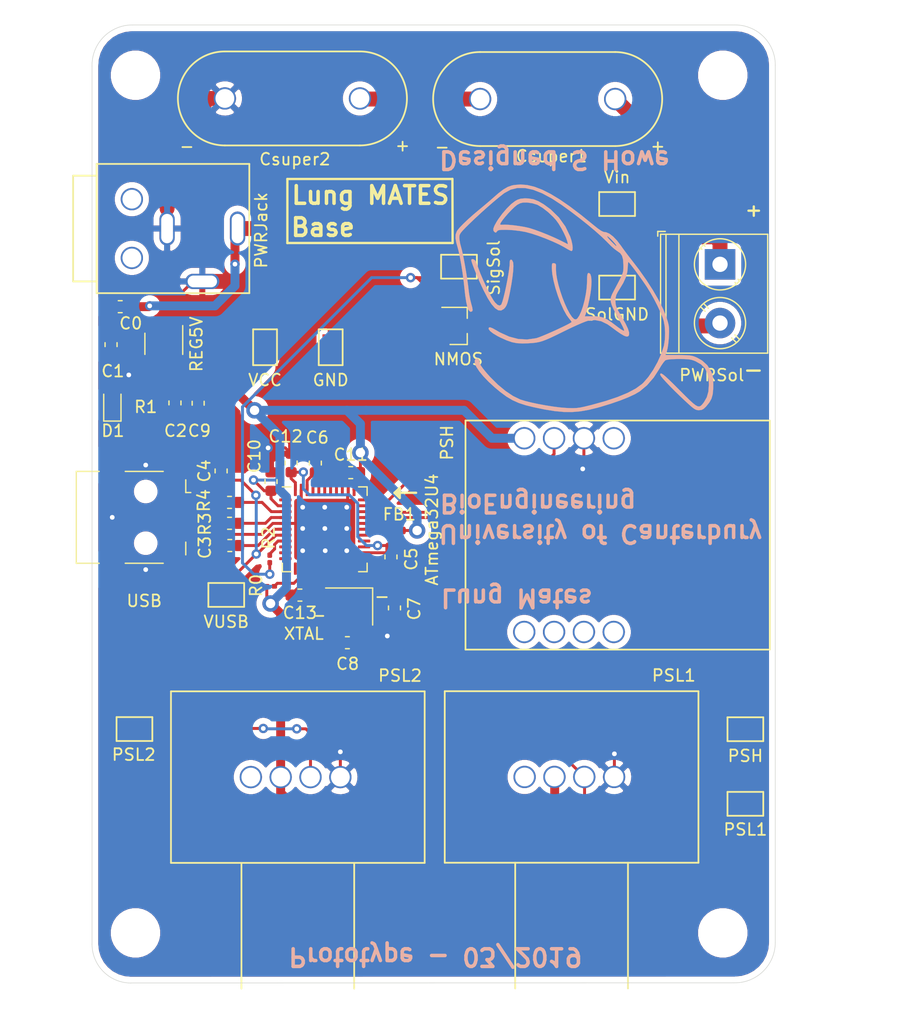
<source format=kicad_pcb>
(kicad_pcb (version 20171130) (host pcbnew 5.1.4)
  (layers (0 F.Cu signal) (31 B.Cu signal) (34 B.Paste user) (35 F.Paste user) (36 B.SilkS user) (37 F.SilkS user) (38 B.Mask user) (39 F.Mask user) (44 Edge.Cuts user))
  (net 0 "")
  (net 1 /Vin)
  (net 2 GND)
  (net 3 /VCC)
  (net 4 "Net-(C3-Pad1)")
  (net 5 /AVCC)
  (net 6 /AREF)
  (net 7 "Net-(C7-Pad2)")
  (net 8 "Net-(C8-Pad1)")
  (net 9 "Net-(Csuper1-Pad2)")
  (net 10 "Net-(D1-Pad2)")
  (net 11 /VUSB)
  (net 12 "Net-(J2-Pad2)")
  (net 13 "Net-(J2-Pad3)")
  (net 14 "Net-(J2-Pad4)")
  (net 15 /solenoidGND)
  (net 16 "Net-(NMOS1-Pad1)")
  (net 17 "Net-(R0-Pad1)")
  (net 18 /solenoidToggle)
  (net 19 /D+)
  (net 20 /D-)
  (net 21 /PressureSensorHigh)
  (net 22 /PressureSensorLow1)
  (net 23 /PressureSensorLow2)
  (net 24 "Net-(U4-Pad1)")
  (net 25 "Net-(U4-Pad9)")
  (net 26 "Net-(U4-Pad10)")
  (net 27 "Net-(U4-Pad11)")
  (net 28 "Net-(U4-Pad12)")
  (net 29 "Net-(U4-Pad18)")
  (net 30 "Net-(U4-Pad19)")
  (net 31 "Net-(U4-Pad20)")
  (net 32 "Net-(U4-Pad21)")
  (net 33 "Net-(U4-Pad22)")
  (net 34 "Net-(U4-Pad25)")
  (net 35 "Net-(U4-Pad26)")
  (net 36 "Net-(U4-Pad27)")
  (net 37 "Net-(U4-Pad31)")
  (net 38 "Net-(U4-Pad32)")
  (net 39 "Net-(U4-Pad33)")
  (net 40 "Net-(U4-Pad36)")
  (net 41 "Net-(U4-Pad37)")
  (net 42 "Net-(U4-Pad38)")
  (net 43 "Net-(5V_REG1-Pad4)")
  (net 44 "Net-(PSH1-Pad5)")
  (net 45 "Net-(PSH1-Pad6)")
  (net 46 "Net-(PSH1-Pad7)")
  (net 47 "Net-(PSH1-Pad8)")
  (net 48 "Net-(PSH1-Pad4)")
  (net 49 "Net-(PSL1-Pad1)")
  (net 50 "Net-(PSL2-Pad1)")
  (net 51 "Net-(U4-Pad39)")
  (net 52 "Net-(U4-Pad40)")
  (net 53 "Net-(U4-Pad41)")
  (module SpiroParts:SSCSNBN001NDAA5 (layer F.Cu) (at 111.82 109.74)
    (fp_text reference PSL2 (at 12.7 -8.636) (layer F.SilkS))
    (fp_text value SSCSNBN001NDAA5)
    (pad 1 thru_hole circle (at 0 0) (size 1.9 1.9) (drill 1.6) (layers *.Cu *.Mask) (net 50 "Net-(PSL2-Pad1)"))
    (pad 2 thru_hole circle (at 2.54 0) (size 1.9 1.9) (drill 1.6) (layers *.Cu *.Mask) (net 3 /VCC))
    (pad 3 thru_hole circle (at 5.08 0) (size 1.9 1.9) (drill 1.6) (layers *.Cu *.Mask) (net 23 /PressureSensorLow2))
    (pad 4 thru_hole circle (at 7.62 0) (size 1.9 1.9) (drill 1.6) (layers *.Cu *.Mask) (net 2 GND))
  )
  (module Resistor_SMD:R_0402_1005Metric (layer F.Cu) (at 124.225 88.75 180)
    (fp_text reference FB1 (at -0.235 1.374 180) (layer F.SilkS))
    (fp_text value Ferrite_Bead)
    (pad 1 smd roundrect (at -0.485 0 180) (size 0.59 0.64) (layers F.Cu F.Paste F.Mask) (net 3 /VCC))
    (pad 2 smd roundrect (at 0.485 0 180) (size 0.59 0.64) (layers F.Cu F.Paste F.Mask) (net 5 /AVCC))
  )
  (module Capacitor_SMD:C_0603_1608Metric (layer F.Cu) (at 107.33532 77.91704 270)
    (fp_text reference C9 (at 2.34696 -0.10668) (layer F.SilkS))
    (fp_text value 0.1uF)
    (pad 1 smd roundrect (at -0.7875 0 270) (size 0.875 0.95) (layers F.Cu F.Paste F.Mask) (net 3 /VCC))
    (pad 2 smd roundrect (at 0.7875 0 270) (size 0.875 0.95) (layers F.Cu F.Paste F.Mask) (net 2 GND))
  )
  (module Package_TO_SOT_SMD:SOT-23-5 (layer F.Cu) (at 104.41 72.86 270)
    (fp_text reference REG5V (at 0.038 -2.778 90) (layer F.SilkS))
    (fp_text value MIC5219YM5)
    (pad 1 smd rect (at -1.1 -0.95 270) (size 1.06 0.65) (layers F.Cu F.Paste F.Mask) (net 1 /Vin))
    (pad 2 smd rect (at -1.1 0 270) (size 1.06 0.65) (layers F.Cu F.Paste F.Mask) (net 2 GND))
    (pad 3 smd rect (at -1.1 0.95 270) (size 1.06 0.65) (layers F.Cu F.Paste F.Mask) (net 1 /Vin))
    (pad 4 smd rect (at 1.1 0.95 270) (size 1.06 0.65) (layers F.Cu F.Paste F.Mask) (net 43 "Net-(5V_REG1-Pad4)"))
    (pad 5 smd rect (at 1.1 -0.95 270) (size 1.06 0.65) (layers F.Cu F.Paste F.Mask) (net 3 /VCC))
  )
  (module Capacitor_SMD:C_0603_1608Metric (layer F.Cu) (at 100.7 69.7 180)
    (fp_text reference C0 (at -0.9 -1.42 180) (layer F.SilkS))
    (fp_text value 1uF)
    (pad 2 smd roundrect (at 0.7875 0 180) (size 0.875 0.95) (layers F.Cu F.Paste F.Mask) (net 2 GND))
    (pad 1 smd roundrect (at -0.7875 0 180) (size 0.875 0.95) (layers F.Cu F.Paste F.Mask) (net 1 /Vin))
  )
  (module Capacitor_SMD:C_0603_1608Metric (layer F.Cu) (at 99.92 72.93 90)
    (fp_text reference C1 (at -2.254 0.156 180) (layer F.SilkS))
    (fp_text value 470pF)
    (pad 1 smd roundrect (at -0.7875 0 90) (size 0.875 0.95) (layers F.Cu F.Paste F.Mask) (net 43 "Net-(5V_REG1-Pad4)"))
    (pad 2 smd roundrect (at 0.7875 0 90) (size 0.875 0.95) (layers F.Cu F.Paste F.Mask) (net 2 GND))
  )
  (module Capacitor_SMD:C_0603_1608Metric (layer F.Cu) (at 105.36 77.89 270)
    (fp_text reference C2 (at 2.374 -0.05) (layer F.SilkS))
    (fp_text value 2.2uF)
    (pad 1 smd roundrect (at -0.7875 0 270) (size 0.875 0.95) (layers F.Cu F.Paste F.Mask) (net 3 /VCC))
    (pad 2 smd roundrect (at 0.7875 0 270) (size 0.875 0.95) (layers F.Cu F.Paste F.Mask) (net 2 GND))
  )
  (module Capacitor_SMD:C_0603_1608Metric (layer F.Cu) (at 110.03 90.03 180)
    (fp_text reference C3 (at 2.13 -0.17 90) (layer F.SilkS))
    (fp_text value 1uF)
    (pad 1 smd roundrect (at -0.7875 0 180) (size 0.875 0.95) (layers F.Cu F.Paste F.Mask) (net 4 "Net-(C3-Pad1)"))
    (pad 2 smd roundrect (at 0.7875 0 180) (size 0.875 0.95) (layers F.Cu F.Paste F.Mask) (net 2 GND))
  )
  (module Capacitor_SMD:C_0603_1608Metric (layer F.Cu) (at 109.29 83.68 90)
    (fp_text reference C4 (at 0 -1.43 90) (layer F.SilkS))
    (fp_text value 10uF)
    (pad 1 smd roundrect (at -0.7875 0 90) (size 0.875 0.95) (layers F.Cu F.Paste F.Mask) (net 11 /VUSB))
    (pad 2 smd roundrect (at 0.7875 0 90) (size 0.875 0.95) (layers F.Cu F.Paste F.Mask) (net 2 GND))
  )
  (module Capacitor_SMD:C_0603_1608Metric (layer F.Cu) (at 123.75 91 270)
    (fp_text reference C5 (at 0.186 -1.726 270) (layer F.SilkS))
    (fp_text value 100nF)
    (pad 2 smd roundrect (at 0.7875 0 270) (size 0.875 0.95) (layers F.Cu F.Paste F.Mask) (net 2 GND))
    (pad 1 smd roundrect (at -0.7875 0 270) (size 0.875 0.95) (layers F.Cu F.Paste F.Mask) (net 5 /AVCC))
  )
  (module Capacitor_SMD:C_0603_1608Metric (layer F.Cu) (at 117.31 83.01 90)
    (fp_text reference C6 (at 2.17 0.17 180) (layer F.SilkS))
    (fp_text value 1uF)
    (pad 2 smd roundrect (at 0.7875 0 90) (size 0.875 0.95) (layers F.Cu F.Paste F.Mask) (net 2 GND))
    (pad 1 smd roundrect (at -0.7875 0 90) (size 0.875 0.95) (layers F.Cu F.Paste F.Mask) (net 6 /AREF))
  )
  (module Capacitor_SMD:C_0603_1608Metric (layer F.Cu) (at 124.05 95.34 90)
    (fp_text reference C7 (at -0.08 1.68 90) (layer F.SilkS))
    (fp_text value 22pF)
    (pad 1 smd roundrect (at -0.7875 0 90) (size 0.875 0.95) (layers F.Cu F.Paste F.Mask) (net 2 GND))
    (pad 2 smd roundrect (at 0.7875 0 90) (size 0.875 0.95) (layers F.Cu F.Paste F.Mask) (net 7 "Net-(C7-Pad2)"))
  )
  (module Capacitor_SMD:C_0603_1608Metric (layer F.Cu) (at 120.04 98.3)
    (fp_text reference C8 (at 0.02 1.8 180) (layer F.SilkS))
    (fp_text value 22pF)
    (pad 2 smd roundrect (at 0.7875 0) (size 0.875 0.95) (layers F.Cu F.Paste F.Mask) (net 2 GND))
    (pad 1 smd roundrect (at -0.7875 0) (size 0.875 0.95) (layers F.Cu F.Paste F.Mask) (net 8 "Net-(C8-Pad1)"))
  )
  (module SpiroParts:SCMR18H105PRBB0-SuperCap1F (layer F.Cu) (at 142.84 52.026 270)
    (fp_text reference Csuper1 (at 4.87 5.426) (layer F.SilkS))
    (fp_text value 1F)
    (fp_text user - (at 4.064 14.732) (layer F.SilkS))
    (fp_text user + (at 4.064 -3.556 270) (layer F.SilkS))
    (pad 2 thru_hole circle (at 0 11.5 270) (size 1.9 1.9) (drill 1.6) (layers *.Cu *.Mask) (net 9 "Net-(Csuper1-Pad2)"))
    (pad 1 thru_hole circle (at 0 0 270) (size 1.9 1.9) (drill 1.6) (layers *.Cu *.Mask) (net 1 /Vin))
  )
  (module SpiroParts:SCMR18H105PRBB0-SuperCap1F (layer F.Cu) (at 121.11 51.976 270)
    (fp_text reference Csuper2 (at 5.174 5.54) (layer F.SilkS))
    (fp_text value 1F)
    (fp_text user + (at 4.064 -3.556 270) (layer F.SilkS))
    (fp_text user - (at 4.064 14.732) (layer F.SilkS))
    (pad 1 thru_hole circle (at 0 0 270) (size 1.9 1.9) (drill 1.6) (layers *.Cu *.Mask) (net 9 "Net-(Csuper1-Pad2)"))
    (pad 2 thru_hole circle (at 0 11.5 270) (size 1.9 1.9) (drill 1.6) (layers *.Cu *.Mask) (net 2 GND))
  )
  (module LED_SMD:LED_0603_1608Metric (layer F.Cu) (at 100.03 77.95 90)
    (fp_text reference D1 (at -2.314 0.046 180) (layer F.SilkS))
    (fp_text value LED)
    (pad 1 smd roundrect (at -0.7875 0 90) (size 0.875 0.95) (layers F.Cu F.Paste F.Mask) (net 2 GND))
    (pad 2 smd roundrect (at 0.7875 0 90) (size 0.875 0.95) (layers F.Cu F.Paste F.Mask) (net 10 "Net-(D1-Pad2)"))
  )
  (module MountingHole:MountingHole_3.2mm_M3 (layer F.Cu) (at 102 50)
    (fp_text reference H1 hide)
    (fp_text value MountingHole)
    (pad 1 np_thru_hole circle (at 0 0) (size 3.2 3.2) (drill 3.2) (layers *.Cu *.Mask))
  )
  (module MountingHole:MountingHole_3.2mm_M3 (layer F.Cu) (at 102 123)
    (fp_text reference H2 hide)
    (fp_text value MountingHole)
    (pad 1 np_thru_hole circle (at 0 0) (size 3.2 3.2) (drill 3.2) (layers *.Cu *.Mask))
  )
  (module MountingHole:MountingHole_3.2mm_M3 (layer F.Cu) (at 152 50)
    (fp_text reference H3 hide)
    (fp_text value MountingHole)
    (pad 1 np_thru_hole circle (at 0 0) (size 3.2 3.2) (drill 3.2) (layers *.Cu *.Mask))
  )
  (module MountingHole:MountingHole_3.2mm_M3 (layer F.Cu) (at 152 123)
    (fp_text reference H4 hide)
    (fp_text value MountingHole)
    (pad 1 np_thru_hole circle (at 0 0) (size 3.2 3.2) (drill 3.2) (layers *.Cu *.Mask))
  )
  (module SpiroParts:PJ-025-powerJack (layer F.Cu) (at 101.69 60.55)
    (fp_text reference PWRJack (at 11.01 2.65 270) (layer F.SilkS))
    (fp_text value Barrel_Jack_Switch)
    (pad 2 thru_hole oval (at 3 2.5) (size 1.3 2.9) (drill oval 1 2.5) (layers *.Cu *.Mask) (net 2 GND))
    (pad 1 thru_hole oval (at 9 2.5) (size 1.3 2.9) (drill oval 1 2.5) (layers *.Cu *.Mask) (net 1 /Vin))
    (pad 3 thru_hole oval (at 6 7) (size 2.9 1.3) (drill oval 2.5 1) (layers *.Cu *.Mask) (net 2 GND))
    (pad ~ thru_hole circle (at 0 0) (size 1.9 1.9) (drill 1.6) (layers *.Cu *.Mask))
    (pad ~ thru_hole circle (at 0 5) (size 1.9 1.9) (drill 1.6) (layers *.Cu *.Mask))
  )
  (module Connector_USB:USB_Mini-B_Lumberg_2486_01_Horizontal (layer F.Cu) (at 102.87 87.63 270)
    (fp_text reference USB (at 7.112 0.127) (layer F.SilkS))
    (fp_text value USB_B_Mini)
    (pad 1 smd rect (at -1.6 -2.7 270) (size 0.5 2) (layers F.Cu F.Paste F.Mask) (net 11 /VUSB))
    (pad 2 smd rect (at -0.8 -2.7 270) (size 0.5 2) (layers F.Cu F.Paste F.Mask) (net 12 "Net-(J2-Pad2)"))
    (pad 3 smd rect (at 0 -2.7 270) (size 0.5 2) (layers F.Cu F.Paste F.Mask) (net 13 "Net-(J2-Pad3)"))
    (pad 4 smd rect (at 0.8 -2.7 270) (size 0.5 2) (layers F.Cu F.Paste F.Mask) (net 14 "Net-(J2-Pad4)"))
    (pad 5 smd rect (at 1.6 -2.7 270) (size 0.5 2) (layers F.Cu F.Paste F.Mask) (net 2 GND))
    (pad 6 smd rect (at -4.45 -2.6 270) (size 2 1.7) (layers F.Cu F.Paste F.Mask) (net 2 GND))
    (pad 6 smd rect (at -4.45 2.85 270) (size 2 1.7) (layers F.Cu F.Paste F.Mask) (net 2 GND))
    (pad 6 smd rect (at 4.45 -2.6 270) (size 2 1.7) (layers F.Cu F.Paste F.Mask) (net 2 GND))
    (pad 6 smd rect (at 4.45 2.85 270) (size 2 1.7) (layers F.Cu F.Paste F.Mask) (net 2 GND))
    (pad "" np_thru_hole circle (at -2.2 0 270) (size 1 1) (drill 1) (layers *.Cu *.Mask))
    (pad "" np_thru_hole circle (at 2.2 0 270) (size 1 1) (drill 1) (layers *.Cu *.Mask))
  )
  (module TerminalBlock_Phoenix:TerminalBlock_Phoenix_PT-1,5-2-5.0-H_1x02_P5.00mm_Horizontal (layer F.Cu) (at 151.764 66.096 270)
    (fp_text reference PWRSol (at 9.434 0.704) (layer F.SilkS))
    (fp_text value Screw_Terminal_01x02)
    (pad 1 thru_hole rect (at 0 0 270) (size 2.6 2.6) (drill 1.3) (layers *.Cu *.Mask) (net 1 /Vin))
    (pad 2 thru_hole circle (at 5 0 270) (size 2.6 2.6) (drill 1.3) (layers *.Cu *.Mask) (net 15 /solenoidGND))
  )
  (module Package_TO_SOT_SMD:SOT-23 (layer F.Cu) (at 129.48412 71.33844)
    (fp_text reference NMOS (at 0 2.82956) (layer F.SilkS))
    (fp_text value 2N7002)
    (pad 1 smd rect (at -1 -0.95) (size 0.9 0.8) (layers F.Cu F.Paste F.Mask) (net 16 "Net-(NMOS1-Pad1)"))
    (pad 2 smd rect (at -1 0.95) (size 0.9 0.8) (layers F.Cu F.Paste F.Mask) (net 2 GND))
    (pad 3 smd rect (at 1 0) (size 0.9 0.8) (layers F.Cu F.Paste F.Mask) (net 15 /solenoidGND))
  )
  (module SpiroParts:ASDXRRX001PDAA5-PressureSensor (layer F.Cu) (at 135.096 97.388 90)
    (fp_text reference PSH (at 16.108 -6.572 90) (layer F.SilkS))
    (fp_text value ASDXRRX001PDAA5)
    (pad 5 thru_hole circle (at 0 0 90) (size 1.9 1.9) (drill 1.6) (layers *.Cu *.Mask) (net 44 "Net-(PSH1-Pad5)"))
    (pad 1 thru_hole circle (at 16.489999 0 90) (size 1.9 1.9) (drill 1.6) (layers *.Cu *.Mask) (net 3 /VCC))
    (pad 6 thru_hole circle (at 0 2.54 90) (size 1.9 1.9) (drill 1.6) (layers *.Cu *.Mask) (net 45 "Net-(PSH1-Pad6)"))
    (pad 2 thru_hole circle (at 16.489999 2.54 90) (size 1.9 1.9) (drill 1.6) (layers *.Cu *.Mask) (net 21 /PressureSensorHigh))
    (pad 7 thru_hole circle (at 0 5.08 90) (size 1.9 1.9) (drill 1.6) (layers *.Cu *.Mask) (net 46 "Net-(PSH1-Pad7)"))
    (pad 3 thru_hole circle (at 16.489999 5.08 90) (size 1.9 1.9) (drill 1.6) (layers *.Cu *.Mask) (net 2 GND))
    (pad 8 thru_hole circle (at 0 7.62 90) (size 1.9 1.9) (drill 1.6) (layers *.Cu *.Mask) (net 47 "Net-(PSH1-Pad8)"))
    (pad 4 thru_hole circle (at 16.489999 7.62 90) (size 1.9 1.9) (drill 1.6) (layers *.Cu *.Mask) (net 48 "Net-(PSH1-Pad4)"))
  )
  (module SpiroParts:SSCSNBN001NDAA5 (layer F.Cu) (at 135.128 109.728)
    (fp_text reference PSL1 (at 12.7 -8.636) (layer F.SilkS))
    (fp_text value SSCSNBN001NDAA5)
    (pad 4 thru_hole circle (at 7.62 0) (size 1.9 1.9) (drill 1.6) (layers *.Cu *.Mask) (net 2 GND))
    (pad 3 thru_hole circle (at 5.08 0) (size 1.9 1.9) (drill 1.6) (layers *.Cu *.Mask) (net 22 /PressureSensorLow1))
    (pad 2 thru_hole circle (at 2.54 0) (size 1.9 1.9) (drill 1.6) (layers *.Cu *.Mask) (net 3 /VCC))
    (pad 1 thru_hole circle (at 0 0) (size 1.9 1.9) (drill 1.6) (layers *.Cu *.Mask) (net 49 "Net-(PSL1-Pad1)"))
  )
  (module Resistor_SMD:R_0201_0603Metric (layer F.Cu) (at 113.5 93.5 180)
    (fp_text reference R0 (at 1.232 0.07 90) (layer F.SilkS))
    (fp_text value 1K)
    (pad 2 smd roundrect (at 0.32 0 180) (size 0.46 0.4) (layers F.Cu F.Mask) (net 3 /VCC))
    (pad 1 smd roundrect (at -0.32 0 180) (size 0.46 0.4) (layers F.Cu F.Mask) (net 17 "Net-(R0-Pad1)"))
  )
  (module Resistor_SMD:R_0201_0603Metric (layer F.Cu) (at 102.69 77.16)
    (fp_text reference R1 (at 0.18 1.072 180) (layer F.SilkS))
    (fp_text value 1K)
    (pad 1 smd roundrect (at -0.32 0) (size 0.46 0.4) (layers F.Cu F.Mask) (net 10 "Net-(D1-Pad2)"))
    (pad 2 smd roundrect (at 0.32 0) (size 0.46 0.4) (layers F.Cu F.Mask) (net 3 /VCC))
  )
  (module Resistor_SMD:R_0201_0603Metric (layer F.Cu) (at 113.43 91.17 90)
    (fp_text reference R2 (at 1.79 -0.1 90) (layer F.SilkS))
    (fp_text value 1K)
    (pad 1 smd roundrect (at -0.32 0 90) (size 0.46 0.4) (layers F.Cu F.Mask) (net 16 "Net-(NMOS1-Pad1)"))
    (pad 2 smd roundrect (at 0.32 0 90) (size 0.46 0.4) (layers F.Cu F.Mask) (net 18 /solenoidToggle))
  )
  (module Resistor_SMD:R_0603_1608Metric (layer F.Cu) (at 110.0075 88.138 180)
    (fp_text reference R3 (at 2.1075 -0.062 270) (layer F.SilkS))
    (fp_text value 22)
    (pad 1 smd roundrect (at -0.7875 0 180) (size 0.875 0.95) (layers F.Cu F.Paste F.Mask) (net 19 /D+))
    (pad 2 smd roundrect (at 0.7875 0 180) (size 0.875 0.95) (layers F.Cu F.Paste F.Mask) (net 13 "Net-(J2-Pad3)"))
  )
  (module Resistor_SMD:R_0603_1608Metric (layer F.Cu) (at 110.0075 86.36)
    (fp_text reference R4 (at -2.1875 -0.16 270) (layer F.SilkS))
    (fp_text value 22)
    (pad 2 smd roundrect (at 0.7875 0) (size 0.875 0.95) (layers F.Cu F.Paste F.Mask) (net 20 /D-))
    (pad 1 smd roundrect (at -0.7875 0) (size 0.875 0.95) (layers F.Cu F.Paste F.Mask) (net 12 "Net-(J2-Pad2)"))
  )
  (module SpiroParts:testPoint-2.2x1.4 (layer F.Cu) (at 118.618 73.152 90)
    (fp_text reference GND (at -2.794 0 180) (layer F.SilkS))
    (fp_text value TestPoint)
    (pad 1 smd rect (at 0 0 90) (size 2.2 1.4) (layers F.Cu F.Paste F.Mask) (net 2 GND))
  )
  (module SpiroParts:testPoint-2.2x1.4 (layer F.Cu) (at 153.924 105.664)
    (fp_text reference PSH (at 0 2.272) (layer F.SilkS))
    (fp_text value TestPoint)
    (pad 1 smd rect (at 0 0) (size 2.2 1.4) (layers F.Cu F.Paste F.Mask) (net 21 /PressureSensorHigh))
  )
  (module SpiroParts:testPoint-2.2x1.4 (layer F.Cu) (at 153.924 112.014)
    (fp_text reference PSL1 (at 0 2.188) (layer F.SilkS))
    (fp_text value TestPoint)
    (pad 1 smd rect (at 0 0) (size 2.2 1.4) (layers F.Cu F.Paste F.Mask) (net 22 /PressureSensorLow1))
  )
  (module SpiroParts:testPoint-2.2x1.4 (layer F.Cu) (at 101.91 105.65 180)
    (fp_text reference PSL2 (at 0.06 -2.18 180) (layer F.SilkS))
    (fp_text value TestPoint)
    (pad 1 smd rect (at 0 0 180) (size 2.2 1.4) (layers F.Cu F.Paste F.Mask) (net 23 /PressureSensorLow2))
  )
  (module SpiroParts:testPoint-2.2x1.4 (layer F.Cu) (at 109.728 94.234)
    (fp_text reference VUSB (at 0 2.286) (layer F.SilkS))
    (fp_text value TestPoint)
    (pad 1 smd rect (at 0 0) (size 2.2 1.4) (layers F.Cu F.Paste F.Mask) (net 11 /VUSB))
  )
  (module SpiroParts:testPoint-2.2x1.4 (layer F.Cu) (at 113.03 73.152 90)
    (fp_text reference VCC (at -2.794 0 180) (layer F.SilkS))
    (fp_text value TestPoint)
    (pad 1 smd rect (at 0 0 90) (size 2.2 1.4) (layers F.Cu F.Paste F.Mask) (net 3 /VCC))
  )
  (module SpiroParts:testPoint-2.2x1.4 (layer F.Cu) (at 129.54 66.294)
    (fp_text reference SigSol (at 2.96 0.096 90) (layer F.SilkS))
    (fp_text value TestPoint)
    (pad 1 smd rect (at 0 0) (size 2.2 1.4) (layers F.Cu F.Paste F.Mask) (net 16 "Net-(NMOS1-Pad1)"))
  )
  (module SpiroParts:testPoint-2.2x1.4 (layer F.Cu) (at 143.002 60.96)
    (fp_text reference Vin (at 0 -2.286 180) (layer F.SilkS))
    (fp_text value TestPoint)
    (pad 1 smd rect (at 0 0) (size 2.2 1.4) (layers F.Cu F.Paste F.Mask) (net 1 /Vin))
  )
  (module SpiroParts:testPoint-2.2x1.4 (layer F.Cu) (at 143.002 68.072)
    (fp_text reference SolGND (at 0 2.286 180) (layer F.SilkS))
    (fp_text value TestPoint)
    (pad 1 smd rect (at 0 0) (size 2.2 1.4) (layers F.Cu F.Paste F.Mask) (net 15 /solenoidGND))
  )
  (module Package_DFN_QFN:QFN-44-1EP_7x7mm_P0.5mm_EP5.2x5.2mm (layer F.Cu) (at 118.11 88.646)
    (fp_text reference ATmega32U4 (at 9.13 0.024 90) (layer F.SilkS))
    (fp_text value ATmega32U4-MU)
    (pad 45 smd roundrect (at 0 0) (size 5.2 5.2) (layers F.Cu F.Mask) (roundrect_rratio 0.048077) (net 2 GND))
    (pad 1 smd roundrect (at -3.35 -2.5) (size 1.05 0.25) (layers F.Cu F.Paste F.Mask) (net 24 "Net-(U4-Pad1)"))
    (pad 2 smd roundrect (at -3.35 -2) (size 1.05 0.25) (layers F.Cu F.Paste F.Mask) (net 3 /VCC))
    (pad 3 smd roundrect (at -3.35 -1.5) (size 1.05 0.25) (layers F.Cu F.Paste F.Mask) (net 20 /D-))
    (pad 4 smd roundrect (at -3.35 -1) (size 1.05 0.25) (layers F.Cu F.Paste F.Mask) (net 19 /D+))
    (pad 5 smd roundrect (at -3.35 -0.5) (size 1.05 0.25) (layers F.Cu F.Paste F.Mask) (net 2 GND))
    (pad 6 smd roundrect (at -3.35 0) (size 1.05 0.25) (layers F.Cu F.Paste F.Mask) (net 4 "Net-(C3-Pad1)"))
    (pad 7 smd roundrect (at -3.35 0.5) (size 1.05 0.25) (layers F.Cu F.Paste F.Mask) (net 11 /VUSB))
    (pad 8 smd roundrect (at -3.35 1) (size 1.05 0.25) (layers F.Cu F.Paste F.Mask) (net 18 /solenoidToggle))
    (pad 9 smd roundrect (at -3.35 1.5) (size 1.05 0.25) (layers F.Cu F.Paste F.Mask) (net 25 "Net-(U4-Pad9)"))
    (pad 10 smd roundrect (at -3.35 2) (size 1.05 0.25) (layers F.Cu F.Paste F.Mask) (net 26 "Net-(U4-Pad10)"))
    (pad 11 smd roundrect (at -3.35 2.5) (size 1.05 0.25) (layers F.Cu F.Paste F.Mask) (net 27 "Net-(U4-Pad11)"))
    (pad 12 smd roundrect (at -2.5 3.35) (size 0.25 1.05) (layers F.Cu F.Paste F.Mask) (net 28 "Net-(U4-Pad12)"))
    (pad 13 smd roundrect (at -2 3.35) (size 0.25 1.05) (layers F.Cu F.Paste F.Mask) (net 17 "Net-(R0-Pad1)"))
    (pad 14 smd roundrect (at -1.5 3.35) (size 0.25 1.05) (layers F.Cu F.Paste F.Mask) (net 3 /VCC))
    (pad 15 smd roundrect (at -1 3.35) (size 0.25 1.05) (layers F.Cu F.Paste F.Mask) (net 2 GND))
    (pad 16 smd roundrect (at -0.5 3.35) (size 0.25 1.05) (layers F.Cu F.Paste F.Mask) (net 8 "Net-(C8-Pad1)"))
    (pad 17 smd roundrect (at 0 3.35) (size 0.25 1.05) (layers F.Cu F.Paste F.Mask) (net 7 "Net-(C7-Pad2)"))
    (pad 18 smd roundrect (at 0.5 3.35) (size 0.25 1.05) (layers F.Cu F.Paste F.Mask) (net 29 "Net-(U4-Pad18)"))
    (pad 19 smd roundrect (at 1 3.35) (size 0.25 1.05) (layers F.Cu F.Paste F.Mask) (net 30 "Net-(U4-Pad19)"))
    (pad 20 smd roundrect (at 1.5 3.35) (size 0.25 1.05) (layers F.Cu F.Paste F.Mask) (net 31 "Net-(U4-Pad20)"))
    (pad 21 smd roundrect (at 2 3.35) (size 0.25 1.05) (layers F.Cu F.Paste F.Mask) (net 32 "Net-(U4-Pad21)"))
    (pad 22 smd roundrect (at 2.5 3.35) (size 0.25 1.05) (layers F.Cu F.Paste F.Mask) (net 33 "Net-(U4-Pad22)"))
    (pad 23 smd roundrect (at 3.35 2.5) (size 1.05 0.25) (layers F.Cu F.Paste F.Mask) (net 2 GND))
    (pad 24 smd roundrect (at 3.35 2) (size 1.05 0.25) (layers F.Cu F.Paste F.Mask) (net 5 /AVCC))
    (pad 25 smd roundrect (at 3.35 1.5) (size 1.05 0.25) (layers F.Cu F.Paste F.Mask) (net 34 "Net-(U4-Pad25)"))
    (pad 26 smd roundrect (at 3.35 1) (size 1.05 0.25) (layers F.Cu F.Paste F.Mask) (net 35 "Net-(U4-Pad26)"))
    (pad 27 smd roundrect (at 3.35 0.5) (size 1.05 0.25) (layers F.Cu F.Paste F.Mask) (net 36 "Net-(U4-Pad27)"))
    (pad 28 smd roundrect (at 3.35 0) (size 1.05 0.25) (layers F.Cu F.Paste F.Mask) (net 23 /PressureSensorLow2))
    (pad 29 smd roundrect (at 3.35 -0.5) (size 1.05 0.25) (layers F.Cu F.Paste F.Mask) (net 22 /PressureSensorLow1))
    (pad 30 smd roundrect (at 3.35 -1) (size 1.05 0.25) (layers F.Cu F.Paste F.Mask) (net 21 /PressureSensorHigh))
    (pad 31 smd roundrect (at 3.35 -1.5) (size 1.05 0.25) (layers F.Cu F.Paste F.Mask) (net 37 "Net-(U4-Pad31)"))
    (pad 32 smd roundrect (at 3.35 -2) (size 1.05 0.25) (layers F.Cu F.Paste F.Mask) (net 38 "Net-(U4-Pad32)"))
    (pad 33 smd roundrect (at 3.35 -2.5) (size 1.05 0.25) (layers F.Cu F.Paste F.Mask) (net 39 "Net-(U4-Pad33)"))
    (pad 34 smd roundrect (at 2.5 -3.35) (size 0.25 1.05) (layers F.Cu F.Paste F.Mask) (net 3 /VCC))
    (pad 35 smd roundrect (at 2 -3.35) (size 0.25 1.05) (layers F.Cu F.Paste F.Mask) (net 2 GND))
    (pad 36 smd roundrect (at 1.5 -3.35) (size 0.25 1.05) (layers F.Cu F.Paste F.Mask) (net 40 "Net-(U4-Pad36)"))
    (pad 37 smd roundrect (at 1 -3.35) (size 0.25 1.05) (layers F.Cu F.Paste F.Mask) (net 41 "Net-(U4-Pad37)"))
    (pad 38 smd roundrect (at 0.5 -3.35) (size 0.25 1.05) (layers F.Cu F.Paste F.Mask) (net 42 "Net-(U4-Pad38)"))
    (pad 39 smd roundrect (at 0 -3.35) (size 0.25 1.05) (layers F.Cu F.Paste F.Mask) (net 51 "Net-(U4-Pad39)"))
    (pad 40 smd roundrect (at -0.5 -3.35) (size 0.25 1.05) (layers F.Cu F.Paste F.Mask) (net 52 "Net-(U4-Pad40)"))
    (pad 41 smd roundrect (at -1 -3.35) (size 0.25 1.05) (layers F.Cu F.Paste F.Mask) (net 53 "Net-(U4-Pad41)"))
    (pad 42 smd roundrect (at -1.5 -3.35) (size 0.25 1.05) (layers F.Cu F.Paste F.Mask) (net 6 /AREF))
    (pad 43 smd roundrect (at -2 -3.35) (size 0.25 1.05) (layers F.Cu F.Paste F.Mask) (net 2 GND))
    (pad 44 smd roundrect (at -2.5 -3.35) (size 0.25 1.05) (layers F.Cu F.Paste F.Mask) (net 5 /AVCC))
  )
  (module Capacitor_SMD:C_0603_1608Metric (layer F.Cu) (at 113.538 84.582 90)
    (fp_text reference C10 (at 2.162 -1.418 90) (layer F.SilkS))
    (fp_text value 0.1uF)
    (pad 1 smd roundrect (at -0.7875 0 90) (size 0.875 0.95) (layers F.Cu F.Paste F.Mask) (net 3 /VCC))
    (pad 2 smd roundrect (at 0.7875 0 90) (size 0.875 0.95) (layers F.Cu F.Paste F.Mask) (net 2 GND))
  )
  (module SpiroParts:Crystal_SMD_SeikoEpson_TSX3225-4Pin_3.2x2.5mm (layer F.Cu) (at 120.19 95.22 180)
    (fp_text reference XTAL (at 3.858 -2.316) (layer F.SilkS))
    (fp_text value 16MHz)
    (pad 1 smd rect (at -1.1 0.8 180) (size 1.4 1.15) (layers F.Cu F.Paste F.Mask) (net 7 "Net-(C7-Pad2)"))
    (pad 3 smd rect (at 1.1 0.8 180) (size 1.4 1.15) (layers F.Cu F.Paste F.Mask))
    (pad 2 smd rect (at 1.1 -0.8 180) (size 1.4 1.15) (layers F.Cu F.Paste F.Mask) (net 8 "Net-(C8-Pad1)"))
    (pad 4 smd rect (at -1.1 -0.8 180) (size 1.4 1.15) (layers F.Cu F.Paste F.Mask))
  )
  (module Capacitor_SMD:C_0603_1608Metric (layer F.Cu) (at 120.325 83.825 180)
    (fp_text reference C11 (at 0 1.529 180) (layer F.SilkS))
    (fp_text value 0.1uF)
    (pad 1 smd roundrect (at -0.7875 0 180) (size 0.875 0.95) (layers F.Cu F.Paste F.Mask) (net 3 /VCC))
    (pad 2 smd roundrect (at 0.7875 0 180) (size 0.875 0.95) (layers F.Cu F.Paste F.Mask) (net 2 GND))
  )
  (module Capacitor_SMD:C_0603_1608Metric (layer F.Cu) (at 115.25 83 90)
    (fp_text reference C12 (at 2.26 -0.47 180) (layer F.SilkS))
    (fp_text value 0.1uF)
    (pad 2 smd roundrect (at 0.7875 0 90) (size 0.875 0.95) (layers F.Cu F.Paste F.Mask) (net 2 GND))
    (pad 1 smd roundrect (at -0.7875 0 90) (size 0.875 0.95) (layers F.Cu F.Paste F.Mask) (net 5 /AVCC))
  )
  (module Capacitor_SMD:C_0603_1608Metric (layer F.Cu) (at 116 94.25)
    (fp_text reference C13 (at 0 1.508) (layer F.SilkS))
    (fp_text value 0.1uF)
    (pad 1 smd roundrect (at -0.7875 0) (size 0.875 0.95) (layers F.Cu F.Paste F.Mask) (net 3 /VCC))
    (pad 2 smd roundrect (at 0.7875 0) (size 0.875 0.95) (layers F.Cu F.Paste F.Mask) (net 2 GND))
  )
  (module SpiroParts:ma-face (layer B.Cu) (at 139.56 69.03)
    (fp_text reference G*** hide)
    (fp_text value LOGO hide)
  )
  (gr_line (start 129 64.28) (end 114.93 64.28) (layer F.SilkS) (width 0.2))
  (gr_line (start 128.98 58.82) (end 129 64.28) (layer F.SilkS) (width 0.2))
  (gr_line (start 114.93 58.83) (end 128.96 58.83) (layer F.SilkS) (width 0.2))
  (gr_line (start 114.93 64.29) (end 114.93 58.83) (layer F.SilkS) (width 0.2))
  (gr_text Base (at 117.96 62.95) (layer F.SilkS) (effects (font (size 1.5 1.5) (thickness 0.3))))
  (gr_text "Lung MATES" (at 122.01 60.22) (layer F.SilkS) (effects (font (size 1.5 1.5) (thickness 0.3))))
  (gr_text "Prototype - 03/2019" (at 127.53 125.03 180) (layer B.SilkS) (effects (font (size 1.5 1.5) (thickness 0.3)) (justify mirror)))
  (gr_text "Lung Mates" (at 134.47 94.5 180) (layer B.SilkS) (effects (font (size 1.5 1.5) (thickness 0.3)) (justify mirror)))
  (gr_text BioEngineering (at 136.27 86.43 180) (layer B.SilkS) (effects (font (size 1.5 1.5) (thickness 0.3)) (justify mirror)))
  (gr_text "University of Canterbury" (at 141.6 89.02 180) (layer B.SilkS) (effects (font (size 1.5 1.5) (thickness 0.3)) (justify mirror)))
  (gr_text "Designed S Howe" (at 137.68 57.2 180) (layer B.SilkS) (effects (font (size 1.5 1.5) (thickness 0.3)) (justify mirror)))
  (gr_arc (start 153.06 49.13) (end 153.06 45.72) (angle 90) (layer Edge.Cuts) (width 0.05))
  (gr_arc (start 153.029999 123.810001) (end 156.469998 123.84) (angle 90) (layer Edge.Cuts) (width 0.05))
  (gr_arc (start 101.729248 49.15) (end 101.729248 45.72) (angle -91.2) (layer Edge.Cuts) (width 0.05))
  (gr_arc (start 101.609963 123.95605) (end 98.299963 123.95605) (angle -90) (layer Edge.Cuts) (width 0.05))
  (gr_line (start 154.08 75.14) (end 155.14 75.14) (layer F.SilkS) (width 0.2))
  (gr_line (start 154.19 61.53) (end 155.08 61.53) (layer F.SilkS) (width 0.2))
  (gr_line (start 154.64 61.17) (end 154.64 61.96) (layer F.SilkS) (width 0.2))
  (gr_line (start 124.39 85.34) (end 124.37 85.67) (layer F.SilkS) (width 0.2))
  (gr_line (start 124.5 85.98) (end 124.07 85.56) (layer F.SilkS) (width 0.2))
  (gr_line (start 124.5 85.12) (end 124.5 85.98) (layer F.SilkS) (width 0.2))
  (gr_line (start 124.05 85.54) (end 124.5 85.12) (layer F.SilkS) (width 0.2))
  (gr_line (start 125.89 85.54) (end 124.05 85.54) (layer F.SilkS) (width 0.2))
  (gr_line (start 153.03 45.72) (end 101.73 45.72) (layer Edge.Cuts) (width 0.05))
  (gr_line (start 156.47 123.84) (end 156.47 49.13) (layer Edge.Cuts) (width 0.05))
  (gr_line (start 101.6 127.26) (end 152.99 127.25) (layer Edge.Cuts) (width 0.05))
  (gr_line (start 98.3 49.23) (end 98.3 123.96) (layer Edge.Cuts) (width 0.05))
  (via (at 110.47 66.08) (size 0.8) (drill 0.4) (layers F.Cu B.Cu) (net 1))
  (via (at 103.21 69.63) (size 0.8) (drill 0.4) (layers F.Cu B.Cu) (net 1))
  (segment (start 101.605 69.7) (end 101.4875 69.7) (width 0.25) (layer F.Cu) (net 1))
  (segment (start 103.46 71.76) (end 103.46 71.555) (width 0.25) (layer F.Cu) (net 1))
  (segment (start 105.36 72.54) (end 104.98 72.92) (width 0.25) (layer F.Cu) (net 1))
  (segment (start 105.36 71.76) (end 105.36 72.54) (width 0.25) (layer F.Cu) (net 1))
  (segment (start 103.46 72.54) (end 103.46 71.76) (width 0.25) (layer F.Cu) (net 1))
  (segment (start 103.84 72.92) (end 103.46 72.54) (width 0.25) (layer F.Cu) (net 1))
  (segment (start 104.98 72.92) (end 103.84 72.92) (width 0.25) (layer F.Cu) (net 1))
  (segment (start 103.14 69.7) (end 103.21 69.63) (width 0.25) (layer F.Cu) (net 1))
  (segment (start 101.4875 69.7) (end 103.14 69.7) (width 0.76) (layer F.Cu) (net 1))
  (segment (start 101.4875 69.7) (end 101.4875 70.9675) (width 0.76) (layer F.Cu) (net 1))
  (segment (start 102.28 71.76) (end 103.46 71.76) (width 0.76) (layer F.Cu) (net 1))
  (segment (start 101.4875 70.9675) (end 102.28 71.76) (width 0.76) (layer F.Cu) (net 1))
  (segment (start 110.47 67.92) (end 110.47 66.08) (width 0.76) (layer B.Cu) (net 1))
  (segment (start 103.21 69.63) (end 108.76 69.63) (width 0.76) (layer B.Cu) (net 1))
  (segment (start 108.76 69.63) (end 110.47 67.92) (width 0.76) (layer B.Cu) (net 1))
  (segment (start 110.47 63.27) (end 110.69 63.05) (width 0.25) (layer F.Cu) (net 1))
  (segment (start 110.47 66.08) (end 110.47 63.27) (width 0.76) (layer F.Cu) (net 1))
  (segment (start 138.42 63.05) (end 110.69 63.05) (width 1.27) (layer F.Cu) (net 1))
  (segment (start 150.972 63.754) (end 151.764 64.546) (width 0.76) (layer F.Cu) (net 1))
  (segment (start 151.764 60.95) (end 151.764 66.096) (width 1.27) (layer F.Cu) (net 1))
  (segment (start 142.84 52.026) (end 151.764 60.95) (width 1.27) (layer F.Cu) (net 1))
  (segment (start 139.124 63.754) (end 143.002 63.754) (width 1.27) (layer F.Cu) (net 1))
  (segment (start 138.42 63.05) (end 139.124 63.754) (width 1.27) (layer F.Cu) (net 1))
  (segment (start 143.002 61.91) (end 144.846 63.754) (width 1.27) (layer F.Cu) (net 1))
  (segment (start 143.002 60.96) (end 143.002 61.91) (width 1.27) (layer F.Cu) (net 1))
  (segment (start 144.846 63.754) (end 145.542 63.754) (width 0.25) (layer F.Cu) (net 1))
  (segment (start 143.002 63.754) (end 145.542 63.754) (width 1.27) (layer F.Cu) (net 1))
  (segment (start 145.542 63.754) (end 150.972 63.754) (width 1.27) (layer F.Cu) (net 1))
  (via (at 123.43892 97.72904) (size 0.8) (drill 0.4) (layers F.Cu B.Cu) (net 2))
  (via (at 116.234 90.47) (size 0.8) (drill 0.4) (layers F.Cu B.Cu) (net 2))
  (via (at 118.11 86.77) (size 0.8) (drill 0.4) (layers F.Cu B.Cu) (net 2))
  (via (at 119.986 88.58) (size 0.8) (drill 0.4) (layers F.Cu B.Cu) (net 2))
  (segment (start 117.61 88.146) (end 118.11 88.646) (width 0.25) (layer F.Cu) (net 2))
  (segment (start 114.76 88.146) (end 116.26 88.146) (width 0.25) (layer F.Cu) (net 2))
  (segment (start 116.06001 86.59601) (end 116.234 86.77) (width 0.25) (layer F.Cu) (net 2))
  (segment (start 116.11 85.296) (end 116.11 85.75) (width 0.25) (layer F.Cu) (net 2))
  (segment (start 120.61 91.146) (end 119.934 90.47) (width 0.25) (layer F.Cu) (net 2))
  (segment (start 121.46 91.146) (end 120.61 91.146) (width 0.25) (layer F.Cu) (net 2))
  (segment (start 118.11 90.371) (end 118.11 90.371) (width 0.25) (layer F.Cu) (net 2))
  (segment (start 117.11 91.371) (end 118.11 90.371) (width 0.25) (layer F.Cu) (net 2))
  (segment (start 117.11 91.996) (end 117.11 91.371) (width 0.25) (layer F.Cu) (net 2))
  (segment (start 120.11 85.81) (end 120.06001 85.85999) (width 0.25) (layer F.Cu) (net 2))
  (segment (start 120.06001 86.69599) (end 119.986 86.77) (width 0.25) (layer F.Cu) (net 2))
  (segment (start 120.06001 85.85999) (end 120.06001 86.69599) (width 0.25) (layer F.Cu) (net 2))
  (segment (start 120.11 85.296) (end 120.11 85.81) (width 0.25) (layer F.Cu) (net 2))
  (segment (start 100.02 83.18) (end 102.87 83.18) (width 1.27) (layer F.Cu) (net 2))
  (segment (start 100.02 92.08) (end 102.87 92.08) (width 1.27) (layer F.Cu) (net 2))
  (segment (start 105.47 89.33) (end 105.57 89.23) (width 0.25) (layer F.Cu) (net 2))
  (segment (start 105.47 92.08) (end 105.47 89.33) (width 0.25) (layer F.Cu) (net 2))
  (segment (start 100.02 83.18) (end 100.02 87.63) (width 1.27) (layer F.Cu) (net 2))
  (segment (start 110.1925 89.08) (end 109.2425 90.03) (width 0.25) (layer F.Cu) (net 2))
  (segment (start 114.76 88.146) (end 113.69041 88.146) (width 0.25) (layer F.Cu) (net 2))
  (segment (start 112.75641 89.08) (end 110.1925 89.08) (width 0.25) (layer F.Cu) (net 2))
  (segment (start 113.69041 88.146) (end 112.75641 89.08) (width 0.25) (layer F.Cu) (net 2))
  (segment (start 108.4425 89.23) (end 109.2425 90.03) (width 0.25) (layer F.Cu) (net 2))
  (segment (start 105.57 89.23) (end 108.4425 89.23) (width 0.25) (layer F.Cu) (net 2))
  (segment (start 119.986 86.77) (end 118.11 88.646) (width 0.25) (layer F.Cu) (net 2))
  (via (at 119.986 86.77) (size 0.8) (drill 0.4) (layers F.Cu B.Cu) (net 2))
  (segment (start 116.234 86.77) (end 118.11 88.646) (width 0.25) (layer F.Cu) (net 2))
  (via (at 116.234 86.77) (size 0.8) (drill 0.4) (layers F.Cu B.Cu) (net 2))
  (segment (start 116.26 88.146) (end 117.61 88.146) (width 0.25) (layer F.Cu) (net 2))
  (via (at 116.234 88.58) (size 0.8) (drill 0.4) (layers F.Cu B.Cu) (net 2))
  (segment (start 118.11 88.646) (end 118.11 88.646) (width 0.25) (layer F.Cu) (net 2))
  (via (at 118.12 88.58) (size 0.8) (drill 0.4) (layers F.Cu B.Cu) (net 2))
  (segment (start 119.934 90.47) (end 118.11 88.646) (width 0.25) (layer F.Cu) (net 2))
  (via (at 119.986 90.47) (size 0.8) (drill 0.4) (layers F.Cu B.Cu) (net 2))
  (segment (start 118.11 90.371) (end 118.11 88.646) (width 0.25) (layer F.Cu) (net 2))
  (via (at 118.152 90.47) (size 0.8) (drill 0.4) (layers F.Cu B.Cu) (net 2))
  (segment (start 116.11 86.646) (end 118.11 88.646) (width 0.25) (layer F.Cu) (net 2))
  (segment (start 116.11 85.296) (end 116.11 86.646) (width 0.25) (layer F.Cu) (net 2))
  (segment (start 109.0025 83.18) (end 109.29 82.8925) (width 0.25) (layer F.Cu) (net 2))
  (segment (start 109.3 82.9025) (end 109.29 82.8925) (width 0.25) (layer F.Cu) (net 2))
  (segment (start 100.02 78.7475) (end 100.03 78.7375) (width 0.25) (layer F.Cu) (net 2))
  (segment (start 100.02 83.18) (end 100.02 78.7475) (width 0.25) (layer F.Cu) (net 2))
  (segment (start 105.47 78.7875) (end 105.36 78.6775) (width 0.25) (layer F.Cu) (net 2))
  (segment (start 105.47 83.18) (end 105.47 78.7875) (width 0.25) (layer F.Cu) (net 2))
  (segment (start 99.9125 72.135) (end 99.92 72.1425) (width 0.25) (layer F.Cu) (net 2))
  (segment (start 99.9125 69.7) (end 99.9125 72.135) (width 0.25) (layer F.Cu) (net 2))
  (segment (start 124.35844 72.28844) (end 124.14 72.07) (width 0.25) (layer F.Cu) (net 2))
  (segment (start 128.48412 72.28844) (end 124.35844 72.28844) (width 1.27) (layer F.Cu) (net 2))
  (segment (start 124.05 97.11796) (end 123.43892 97.72904) (width 0.25) (layer F.Cu) (net 2))
  (segment (start 124.05 96.1275) (end 124.05 97.11796) (width 0.25) (layer F.Cu) (net 2))
  (segment (start 122.86796 98.3) (end 123.43892 97.72904) (width 0.25) (layer F.Cu) (net 2))
  (segment (start 120.8275 98.3) (end 122.86796 98.3) (width 0.25) (layer F.Cu) (net 2))
  (segment (start 107.30828 78.6775) (end 107.33532 78.70454) (width 0.25) (layer F.Cu) (net 2))
  (segment (start 105.36 78.6775) (end 107.30828 78.6775) (width 0.25) (layer F.Cu) (net 2))
  (segment (start 105.47 83.18) (end 109.0025 83.18) (width 0.25) (layer F.Cu) (net 2))
  (segment (start 117.11 91.996) (end 117.11 93.14) (width 0.25) (layer F.Cu) (net 2))
  (segment (start 116.7875 93.4625) (end 116.7875 94.25) (width 0.25) (layer F.Cu) (net 2))
  (segment (start 117.11 93.14) (end 116.7875 93.4625) (width 0.25) (layer F.Cu) (net 2))
  (segment (start 123.1085 91.146) (end 121.46 91.146) (width 0.25) (layer F.Cu) (net 2))
  (segment (start 123.75 91.7875) (end 123.1085 91.146) (width 0.25) (layer F.Cu) (net 2))
  (segment (start 120.11 84.3975) (end 119.5375 83.825) (width 0.25) (layer F.Cu) (net 2))
  (segment (start 120.11 85.296) (end 120.11 84.3975) (width 0.25) (layer F.Cu) (net 2))
  (segment (start 115.26 82.2225) (end 115.25 82.2125) (width 0.25) (layer F.Cu) (net 2))
  (segment (start 117.31 82.2225) (end 115.26 82.2225) (width 0.25) (layer F.Cu) (net 2))
  (via (at 140.076 83.508) (size 0.8) (drill 0.4) (layers F.Cu B.Cu) (net 2))
  (segment (start 140.176 83.408) (end 140.076 83.508) (width 0.25) (layer F.Cu) (net 2))
  (segment (start 140.176 80.898001) (end 140.176 83.408) (width 0.25) (layer F.Cu) (net 2))
  (segment (start 142.772 110.308) (end 142.772 107.758) (width 0.25) (layer F.Cu) (net 2))
  (via (at 142.772 107.758) (size 0.8) (drill 0.4) (layers F.Cu B.Cu) (net 2))
  (segment (start 119.44 109.74) (end 119.44 108.396498) (width 0.25) (layer F.Cu) (net 2))
  (via (at 119.44 107.59) (size 0.8) (drill 0.4) (layers F.Cu B.Cu) (net 2))
  (segment (start 119.44 108.396498) (end 119.44 107.59) (width 0.25) (layer F.Cu) (net 2))
  (segment (start 102.0625 67.55) (end 107.69 67.55) (width 0.25) (layer F.Cu) (net 2))
  (segment (start 99.9125 69.7) (end 102.0625 67.55) (width 0.25) (layer F.Cu) (net 2))
  (segment (start 105.63 68.81) (end 106.89 67.55) (width 0.25) (layer F.Cu) (net 2))
  (segment (start 104.74 68.81) (end 105.63 68.81) (width 0.25) (layer F.Cu) (net 2))
  (segment (start 106.89 67.55) (end 107.69 67.55) (width 0.25) (layer F.Cu) (net 2))
  (segment (start 104.41 69.14) (end 104.74 68.81) (width 0.25) (layer F.Cu) (net 2))
  (segment (start 104.41 71.76) (end 104.41 69.14) (width 0.25) (layer F.Cu) (net 2))
  (segment (start 119.62 67.55) (end 107.69 67.55) (width 1.27) (layer F.Cu) (net 2))
  (segment (start 124.35844 72.28844) (end 119.62 67.55) (width 1.27) (layer F.Cu) (net 2))
  (segment (start 104.69 61.35) (end 104.69 63.05) (width 0.25) (layer F.Cu) (net 2))
  (segment (start 104.69 55.552498) (end 104.69 61.35) (width 1.27) (layer F.Cu) (net 2))
  (segment (start 108.266498 51.976) (end 104.69 55.552498) (width 1.27) (layer F.Cu) (net 2))
  (segment (start 109.61 51.976) (end 108.266498 51.976) (width 1.27) (layer F.Cu) (net 2))
  (segment (start 102.87 83.18) (end 105.47 83.18) (width 1.27) (layer F.Cu) (net 2))
  (via (at 102.87 83.18) (size 0.8) (drill 0.4) (layers F.Cu B.Cu) (net 2))
  (segment (start 100.02 87.63) (end 100.02 92.08) (width 1.27) (layer F.Cu) (net 2))
  (via (at 100.02 87.63) (size 0.8) (drill 0.4) (layers F.Cu B.Cu) (net 2))
  (segment (start 102.87 92.08) (end 105.47 92.08) (width 1.27) (layer F.Cu) (net 2))
  (via (at 102.87 92.08) (size 0.8) (drill 0.4) (layers F.Cu B.Cu) (net 2))
  (via (at 113.29 81.72) (size 0.8) (drill 0.4) (layers F.Cu B.Cu) (net 2))
  (segment (start 114.7575 81.72) (end 115.25 82.2125) (width 0.25) (layer F.Cu) (net 2))
  (segment (start 113.29 81.72) (end 114.7575 81.72) (width 0.25) (layer F.Cu) (net 2))
  (segment (start 113.29 83.5465) (end 113.538 83.7945) (width 0.25) (layer F.Cu) (net 2))
  (segment (start 113.29 81.72) (end 113.29 83.5465) (width 0.25) (layer F.Cu) (net 2))
  (via (at 101.43 75.51) (size 0.8) (drill 0.4) (layers F.Cu B.Cu) (net 2))
  (via (at 121.15 82.125) (size 1.4) (drill 0.8) (layers F.Cu B.Cu) (net 3))
  (segment (start 120.605 85.291) (end 120.61 85.296) (width 0.25) (layer F.Cu) (net 3))
  (segment (start 120.62 85.286) (end 120.61 85.296) (width 0.25) (layer F.Cu) (net 3))
  (segment (start 105.3025 77.16) (end 105.36 77.1025) (width 0.25) (layer F.Cu) (net 3))
  (segment (start 103.01 77.16) (end 105.3025 77.16) (width 0.25) (layer F.Cu) (net 3))
  (segment (start 105.36 77.1025) (end 105.36 74.52) (width 0.76) (layer F.Cu) (net 3))
  (segment (start 105.36 74.52) (end 105.36 73.96) (width 0.25) (layer F.Cu) (net 3))
  (segment (start 114.36 109.74) (end 114.36 111.083502) (width 0.76) (layer F.Cu) (net 3))
  (segment (start 114.36 111.083502) (end 116.216498 112.94) (width 0.76) (layer F.Cu) (net 3))
  (segment (start 137.692 110.308) (end 137.692 111.651502) (width 0.76) (layer F.Cu) (net 3))
  (segment (start 114.36 95.95) (end 114.36 108.396498) (width 0.76) (layer F.Cu) (net 3))
  (segment (start 112.13406 78.52156) (end 112.13406 78.52156) (width 0.25) (layer F.Cu) (net 3))
  (via (at 112.13406 78.52156) (size 1.4) (drill 0.8) (layers F.Cu B.Cu) (net 3))
  (segment (start 129.9694 78.52156) (end 132.12572 80.67788) (width 0.76) (layer B.Cu) (net 3))
  (segment (start 107.30828 77.1025) (end 107.33532 77.12954) (width 0.25) (layer F.Cu) (net 3))
  (segment (start 105.36 77.1025) (end 107.30828 77.1025) (width 0.76) (layer F.Cu) (net 3))
  (segment (start 110.74204 77.12954) (end 112.13406 78.52156) (width 0.76) (layer F.Cu) (net 3))
  (segment (start 107.33532 77.12954) (end 110.74204 77.12954) (width 0.76) (layer F.Cu) (net 3))
  (segment (start 121.6406 78.52156) (end 129.9694 78.52156) (width 0.76) (layer B.Cu) (net 3))
  (segment (start 116.61 92.8525) (end 115.2125 94.25) (width 0.25) (layer F.Cu) (net 3))
  (segment (start 116.61 91.996) (end 116.61 92.8525) (width 0.25) (layer F.Cu) (net 3))
  (segment (start 114.36 95.82552) (end 113.5 94.96552) (width 0.76) (layer F.Cu) (net 3))
  (segment (start 114.36 95.95) (end 114.36 95.82552) (width 0.25) (layer F.Cu) (net 3))
  (segment (start 113.18 94.64552) (end 113.5 94.96552) (width 0.25) (layer F.Cu) (net 3))
  (segment (start 113.18 93.5) (end 113.18 94.64552) (width 0.25) (layer F.Cu) (net 3))
  (segment (start 114.21552 94.25) (end 113.5 94.96552) (width 0.25) (layer F.Cu) (net 3))
  (segment (start 115.2125 94.25) (end 114.21552 94.25) (width 0.25) (layer F.Cu) (net 3))
  (via (at 113.5 94.96552) (size 1.4) (drill 0.8) (layers F.Cu B.Cu) (net 3))
  (segment (start 114.85372 85.89264) (end 114.29492 85.33384) (width 0.76) (layer B.Cu) (net 3))
  (segment (start 114.29492 80.68242) (end 112.13406 78.52156) (width 0.76) (layer B.Cu) (net 3))
  (segment (start 114.85372 85.97392) (end 114.85372 85.89264) (width 0.25) (layer B.Cu) (net 3))
  (segment (start 114.85372 93.6118) (end 114.85372 93.5) (width 0.25) (layer B.Cu) (net 3))
  (segment (start 113.5 94.96552) (end 114.85372 93.6118) (width 0.76) (layer B.Cu) (net 3))
  (segment (start 114.85372 85.97392) (end 114.85372 93.5) (width 0.76) (layer B.Cu) (net 3))
  (segment (start 120.61 84.3275) (end 121.1125 83.825) (width 0.25) (layer F.Cu) (net 3))
  (segment (start 120.61 85.296) (end 120.61 84.3275) (width 0.25) (layer F.Cu) (net 3))
  (segment (start 124.71 88.75) (end 125.975 88.75) (width 0.25) (layer F.Cu) (net 3))
  (segment (start 125.975 88.75) (end 125.975 88.75) (width 0.25) (layer F.Cu) (net 3))
  (via (at 125.975 88.75) (size 1.4) (drill 0.8) (layers F.Cu B.Cu) (net 3))
  (segment (start 121.77 78.65096) (end 121.6406 78.52156) (width 0.25) (layer B.Cu) (net 3))
  (segment (start 122.52596 78.65096) (end 121.77 78.65096) (width 0.25) (layer B.Cu) (net 3))
  (segment (start 121.15 79.67156) (end 120 78.52156) (width 0.76) (layer B.Cu) (net 3))
  (segment (start 121.15 82.45) (end 121.15 79.67156) (width 0.76) (layer B.Cu) (net 3))
  (segment (start 112.13406 78.52156) (end 120 78.52156) (width 0.76) (layer B.Cu) (net 3))
  (segment (start 120 78.52156) (end 121.6406 78.52156) (width 0.76) (layer B.Cu) (net 3))
  (segment (start 125.975 87.275) (end 125.975 88.75) (width 0.76) (layer B.Cu) (net 3))
  (segment (start 121.15 82.45) (end 125.975 87.275) (width 0.76) (layer B.Cu) (net 3))
  (segment (start 121.15 83.7875) (end 121.1125 83.825) (width 0.25) (layer F.Cu) (net 3))
  (segment (start 121.15 81.575) (end 121.15 83.7875) (width 0.25) (layer F.Cu) (net 3))
  (segment (start 114.36 108.396498) (end 114.36 109.74) (width 0.76) (layer F.Cu) (net 3))
  (segment (start 113.03 74.84158) (end 113.03 73.152) (width 0.76) (layer F.Cu) (net 3))
  (segment (start 110.74204 77.12954) (end 113.03 74.84158) (width 0.76) (layer F.Cu) (net 3))
  (segment (start 136.403502 112.94) (end 137.692 111.651502) (width 0.76) (layer F.Cu) (net 3))
  (segment (start 116.216498 112.94) (end 136.403502 112.94) (width 0.76) (layer F.Cu) (net 3))
  (segment (start 113.538 85.907) (end 113.538 85.3695) (width 0.25) (layer F.Cu) (net 3))
  (segment (start 113.538 86.049) (end 113.538 85.907) (width 0.25) (layer F.Cu) (net 3))
  (segment (start 114.135 86.646) (end 113.538 86.049) (width 0.25) (layer F.Cu) (net 3))
  (segment (start 114.76 86.646) (end 114.135 86.646) (width 0.25) (layer F.Cu) (net 3))
  (segment (start 112.963 85.3695) (end 112.05 84.4565) (width 0.25) (layer F.Cu) (net 3))
  (segment (start 113.538 85.3695) (end 112.963 85.3695) (width 0.25) (layer F.Cu) (net 3))
  (segment (start 112.05 84.4565) (end 112.05 84.4565) (width 0.25) (layer F.Cu) (net 3))
  (via (at 112.05 84.4565) (size 0.8) (drill 0.4) (layers F.Cu B.Cu) (net 3))
  (segment (start 114.23142 84.4565) (end 114.29492 84.52) (width 0.25) (layer B.Cu) (net 3))
  (segment (start 114.29492 85.33384) (end 114.29492 84.52) (width 0.76) (layer B.Cu) (net 3))
  (segment (start 112.05 84.4565) (end 114.23142 84.4565) (width 0.25) (layer B.Cu) (net 3))
  (segment (start 114.29492 84.52) (end 114.29492 80.68242) (width 0.76) (layer B.Cu) (net 3))
  (segment (start 132.345841 80.898001) (end 135.096 80.898001) (width 0.76) (layer B.Cu) (net 3))
  (segment (start 132.12572 80.67788) (end 132.345841 80.898001) (width 0.76) (layer B.Cu) (net 3))
  (segment (start 114.76 88.646) (end 114.135 88.646) (width 0.25) (layer F.Cu) (net 4))
  (segment (start 114.76 88.646) (end 113.82682 88.646) (width 0.25) (layer F.Cu) (net 4))
  (segment (start 112.44282 90.03) (end 110.8175 90.03) (width 0.25) (layer F.Cu) (net 4))
  (segment (start 113.82682 88.646) (end 112.44282 90.03) (width 0.25) (layer F.Cu) (net 4))
  (segment (start 115.61 85.296) (end 115.61 84.671) (width 0.25) (layer F.Cu) (net 5))
  (via (at 116.29 83.78) (size 0.8) (drill 0.4) (layers F.Cu B.Cu) (net 5))
  (via (at 122.61 90.03) (size 0.8) (drill 0.4) (layers F.Cu B.Cu) (net 5))
  (segment (start 123.3165 90.646) (end 123.75 90.2125) (width 0.25) (layer F.Cu) (net 5))
  (segment (start 121.46 90.646) (end 123.3165 90.646) (width 0.25) (layer F.Cu) (net 5))
  (segment (start 115.596 84.671) (end 115.61 84.671) (width 0.25) (layer F.Cu) (net 5))
  (segment (start 115.25 84.325) (end 115.596 84.671) (width 0.25) (layer F.Cu) (net 5))
  (segment (start 115.25 83.7875) (end 115.25 84.325) (width 0.25) (layer F.Cu) (net 5))
  (segment (start 123.74 90.2025) (end 123.75 90.2125) (width 0.25) (layer F.Cu) (net 5))
  (segment (start 123.74 88.75) (end 123.74 90.2025) (width 0.25) (layer F.Cu) (net 5))
  (segment (start 116.2825 83.7875) (end 116.29 83.78) (width 0.25) (layer F.Cu) (net 5))
  (segment (start 115.25 83.7875) (end 116.2825 83.7875) (width 0.25) (layer F.Cu) (net 5))
  (segment (start 123.5675 90.03) (end 123.75 90.2125) (width 0.25) (layer F.Cu) (net 5))
  (segment (start 122.61 90.03) (end 123.5675 90.03) (width 0.25) (layer F.Cu) (net 5))
  (segment (start 120.92 89.28) (end 121.67 90.03) (width 0.25) (layer B.Cu) (net 5))
  (segment (start 122.61 90.03) (end 121.67 90.03) (width 0.25) (layer B.Cu) (net 5))
  (segment (start 120.92 86.44) (end 120.92 89.28) (width 0.25) (layer B.Cu) (net 5))
  (segment (start 116.29 83.78) (end 116.29 85.21) (width 0.25) (layer B.Cu) (net 5))
  (segment (start 116.29 85.21) (end 116.79 85.71) (width 0.25) (layer B.Cu) (net 5))
  (segment (start 116.79 85.71) (end 120.19 85.71) (width 0.25) (layer B.Cu) (net 5))
  (segment (start 120.19 85.71) (end 120.92 86.44) (width 0.25) (layer B.Cu) (net 5))
  (segment (start 116.61 84.4975) (end 117.31 83.7975) (width 0.25) (layer F.Cu) (net 6))
  (segment (start 116.61 85.296) (end 116.61 84.4975) (width 0.25) (layer F.Cu) (net 6))
  (segment (start 121.29 93.595) (end 121.29 94.42) (width 0.25) (layer F.Cu) (net 7))
  (segment (start 120.665 92.97) (end 121.29 93.595) (width 0.25) (layer F.Cu) (net 7))
  (segment (start 118.459 92.97) (end 120.665 92.97) (width 0.25) (layer F.Cu) (net 7))
  (segment (start 118.11 92.621) (end 118.459 92.97) (width 0.25) (layer F.Cu) (net 7))
  (segment (start 118.11 91.996) (end 118.11 92.621) (width 0.25) (layer F.Cu) (net 7))
  (segment (start 121.4225 94.5525) (end 121.29 94.42) (width 0.25) (layer F.Cu) (net 7))
  (segment (start 124.05 94.5525) (end 121.4225 94.5525) (width 0.25) (layer F.Cu) (net 7))
  (segment (start 117.61 91.996) (end 117.61 92.621) (width 0.25) (layer F.Cu) (net 8))
  (segment (start 117.87 95.75) (end 118.14 96.02) (width 0.25) (layer F.Cu) (net 8))
  (segment (start 118.14 96.02) (end 119.09 96.02) (width 0.25) (layer F.Cu) (net 8))
  (segment (start 117.61 95.49) (end 118.14 96.02) (width 0.25) (layer F.Cu) (net 8))
  (segment (start 117.61 92.621) (end 117.61 95.49) (width 0.25) (layer F.Cu) (net 8))
  (segment (start 119.09 98.1375) (end 119.2525 98.3) (width 0.25) (layer F.Cu) (net 8))
  (segment (start 119.09 96.02) (end 119.09 98.1375) (width 0.25) (layer F.Cu) (net 8))
  (segment (start 121.16 52.026) (end 121.11 51.976) (width 0.25) (layer F.Cu) (net 9))
  (segment (start 131.34 52.026) (end 121.16 52.026) (width 1.27) (layer F.Cu) (net 9))
  (segment (start 100.03 77.1625) (end 102.2875 77.1625) (width 0.25) (layer F.Cu) (net 10))
  (via (at 112.28 90.75) (size 0.8) (drill 0.4) (layers F.Cu B.Cu) (net 11))
  (via (at 112.25 85.75) (size 0.8) (drill 0.4) (layers F.Cu B.Cu) (net 11))
  (segment (start 112.531 90.75) (end 112.28 90.75) (width 0.25) (layer F.Cu) (net 11))
  (segment (start 112.35923 90.75) (end 112.28 90.75) (width 0.25) (layer F.Cu) (net 11))
  (segment (start 113.96323 89.146) (end 112.35923 90.75) (width 0.25) (layer F.Cu) (net 11))
  (segment (start 114.76 89.146) (end 113.96323 89.146) (width 0.25) (layer F.Cu) (net 11))
  (segment (start 112.28 90.75) (end 112.28 86.07) (width 0.25) (layer B.Cu) (net 11))
  (segment (start 105.57 86.03) (end 107.7275 86.03) (width 0.25) (layer F.Cu) (net 11))
  (segment (start 107.7275 86.03) (end 109.29 84.4675) (width 0.25) (layer F.Cu) (net 11))
  (segment (start 110.9675 84.4675) (end 112.25 85.75) (width 0.25) (layer F.Cu) (net 11))
  (segment (start 109.29 84.4675) (end 110.9675 84.4675) (width 0.25) (layer F.Cu) (net 11))
  (segment (start 109.728 93.302) (end 109.728 94.234) (width 0.25) (layer F.Cu) (net 11))
  (segment (start 112.28 90.75) (end 109.728 93.302) (width 0.25) (layer F.Cu) (net 11))
  (segment (start 108.75 86.83) (end 109.22 86.36) (width 0.25) (layer F.Cu) (net 12))
  (segment (start 105.57 86.83) (end 108.75 86.83) (width 0.25) (layer F.Cu) (net 12))
  (segment (start 108.712 87.63) (end 109.093 88.011) (width 0.25) (layer F.Cu) (net 13))
  (segment (start 105.57 87.63) (end 108.712 87.63) (width 0.25) (layer F.Cu) (net 13))
  (segment (start 130.77 71.35) (end 130.54 71.12) (width 0.25) (layer F.Cu) (net 15))
  (segment (start 130.49568 71.35) (end 130.48412 71.33844) (width 0.25) (layer F.Cu) (net 15))
  (segment (start 143.002 69.022) (end 145.076 71.096) (width 0.76) (layer F.Cu) (net 15))
  (segment (start 143.002 68.072) (end 143.002 69.022) (width 0.76) (layer F.Cu) (net 15))
  (segment (start 151.52156 71.33844) (end 151.764 71.096) (width 0.25) (layer F.Cu) (net 15))
  (segment (start 130.48412 71.33844) (end 151.52156 71.33844) (width 1.27) (layer F.Cu) (net 15))
  (via (at 113.43 92.47) (size 0.8) (drill 0.4) (layers F.Cu B.Cu) (net 16))
  (segment (start 113.43 91.49) (end 113.43 92.47) (width 0.25) (layer F.Cu) (net 16))
  (segment (start 128.48412 69.73844) (end 125.9744 67.22872) (width 0.25) (layer F.Cu) (net 16))
  (segment (start 128.48412 70.38844) (end 128.48412 69.73844) (width 0.25) (layer F.Cu) (net 16))
  (segment (start 125.9744 67.22872) (end 125.42012 67.22872) (width 0.25) (layer F.Cu) (net 16))
  (segment (start 125.42012 67.22872) (end 125.42012 67.22872) (width 0.25) (layer F.Cu) (net 16))
  (via (at 125.42012 67.22872) (size 0.8) (drill 0.4) (layers F.Cu B.Cu) (net 16))
  (segment (start 112.06864 92.47) (end 113.43 92.47) (width 0.25) (layer B.Cu) (net 16))
  (segment (start 111.10976 78.22692) (end 111.10976 91.51112) (width 0.25) (layer B.Cu) (net 16))
  (segment (start 111.10976 91.51112) (end 112.06864 92.47) (width 0.25) (layer B.Cu) (net 16))
  (segment (start 122.10796 67.22872) (end 111.10976 78.22692) (width 0.25) (layer B.Cu) (net 16))
  (segment (start 125.42012 67.22872) (end 122.10796 67.22872) (width 0.25) (layer B.Cu) (net 16))
  (segment (start 128.60528 67.22872) (end 129.54 66.294) (width 0.25) (layer F.Cu) (net 16))
  (segment (start 125.42012 67.22872) (end 128.60528 67.22872) (width 0.25) (layer F.Cu) (net 16))
  (segment (start 115.48576 93.24524) (end 114.07476 93.24524) (width 0.25) (layer F.Cu) (net 17))
  (segment (start 114.07476 93.24524) (end 113.82 93.5) (width 0.25) (layer F.Cu) (net 17))
  (segment (start 116.11 92.621) (end 115.48576 93.24524) (width 0.25) (layer F.Cu) (net 17))
  (segment (start 116.11 91.996) (end 116.11 92.621) (width 0.25) (layer F.Cu) (net 17))
  (segment (start 114.76 89.646) (end 114.135 89.646) (width 0.25) (layer F.Cu) (net 18))
  (segment (start 113.839999 90.330001) (end 113.44 90.73) (width 0.25) (layer F.Cu) (net 18))
  (segment (start 113.839999 89.941001) (end 113.839999 90.330001) (width 0.25) (layer F.Cu) (net 18))
  (segment (start 114.135 89.646) (end 113.839999 89.941001) (width 0.25) (layer F.Cu) (net 18))
  (segment (start 113.062 88.138) (end 110.795 88.138) (width 0.25) (layer F.Cu) (net 19))
  (segment (start 114.76 87.646) (end 113.554 87.646) (width 0.25) (layer F.Cu) (net 19))
  (segment (start 113.554 87.646) (end 113.062 88.138) (width 0.25) (layer F.Cu) (net 19))
  (segment (start 112.776 86.36) (end 110.795 86.36) (width 0.25) (layer F.Cu) (net 20))
  (segment (start 114.76 87.146) (end 113.562 87.146) (width 0.25) (layer F.Cu) (net 20))
  (segment (start 113.562 87.146) (end 112.776 86.36) (width 0.25) (layer F.Cu) (net 20))
  (segment (start 137.636 82.241503) (end 137.636 80.898001) (width 0.25) (layer F.Cu) (net 21))
  (segment (start 121.46 87.646) (end 122.085 87.646) (width 0.25) (layer F.Cu) (net 21))
  (segment (start 123.075 86.656) (end 123.075 86.645) (width 0.25) (layer F.Cu) (net 21))
  (segment (start 122.085 87.646) (end 123.075 86.656) (width 0.25) (layer F.Cu) (net 21))
  (segment (start 123.075 86.645) (end 126.89568 82.82432) (width 0.25) (layer F.Cu) (net 21))
  (segment (start 137.053183 82.82432) (end 137.636 82.241503) (width 0.25) (layer F.Cu) (net 21))
  (segment (start 126.89568 82.82432) (end 137.053183 82.82432) (width 0.25) (layer F.Cu) (net 21))
  (segment (start 153.924 99.568) (end 153.924 105.664) (width 0.25) (layer F.Cu) (net 21))
  (segment (start 137.053183 82.82432) (end 137.18032 82.82432) (width 0.25) (layer F.Cu) (net 21))
  (segment (start 137.18032 82.82432) (end 153.924 99.568) (width 0.25) (layer F.Cu) (net 21))
  (segment (start 122.085 88.146) (end 122.089 88.15) (width 0.25) (layer F.Cu) (net 22))
  (segment (start 121.46 88.146) (end 122.085 88.146) (width 0.25) (layer F.Cu) (net 22))
  (segment (start 140.994 112.014) (end 140.232 111.252) (width 0.25) (layer F.Cu) (net 22))
  (segment (start 153.924 112.014) (end 140.994 112.014) (width 0.25) (layer F.Cu) (net 22))
  (segment (start 140.232 110.308) (end 140.232 111.252) (width 0.25) (layer F.Cu) (net 22))
  (segment (start 129.88 99.4) (end 140.208 109.728) (width 0.25) (layer F.Cu) (net 22))
  (segment (start 122.294 88.146) (end 123.24 87.2) (width 0.25) (layer F.Cu) (net 22))
  (segment (start 121.46 88.146) (end 122.294 88.146) (width 0.25) (layer F.Cu) (net 22))
  (segment (start 123.24 87.2) (end 127.456411 87.200001) (width 0.25) (layer F.Cu) (net 22))
  (segment (start 128.710009 98.230009) (end 129.88 99.4) (width 0.25) (layer F.Cu) (net 22))
  (segment (start 127.456411 87.200001) (end 128.710009 88.453599) (width 0.25) (layer F.Cu) (net 22))
  (segment (start 128.710009 88.453599) (end 128.710009 98.230009) (width 0.25) (layer F.Cu) (net 22))
  (segment (start 122.514 88.646) (end 121.46 88.646) (width 0.25) (layer F.Cu) (net 23))
  (segment (start 123.50999 87.65001) (end 122.514 88.646) (width 0.25) (layer F.Cu) (net 23))
  (segment (start 127.27001 87.65001) (end 123.50999 87.65001) (width 0.25) (layer F.Cu) (net 23))
  (segment (start 116.9 106.4) (end 123.12 100.18) (width 0.25) (layer F.Cu) (net 23))
  (segment (start 116.9 109.74) (end 116.9 106.4) (width 0.25) (layer F.Cu) (net 23))
  (segment (start 128.26 88.64) (end 127.27001 87.65001) (width 0.25) (layer F.Cu) (net 23))
  (segment (start 123.12 100.18) (end 126.46 100.18) (width 0.25) (layer F.Cu) (net 23))
  (segment (start 126.46 100.18) (end 128.26 98.38) (width 0.25) (layer F.Cu) (net 23))
  (segment (start 128.26 98.38) (end 128.26 88.64) (width 0.25) (layer F.Cu) (net 23))
  (via (at 115.73 105.63) (size 0.8) (drill 0.4) (layers F.Cu B.Cu) (net 23))
  (via (at 112.88 105.6) (size 0.8) (drill 0.4) (layers F.Cu B.Cu) (net 23))
  (segment (start 116.9 106.4) (end 116.9 106.03) (width 0.25) (layer F.Cu) (net 23))
  (segment (start 116.5 105.63) (end 115.73 105.63) (width 0.25) (layer F.Cu) (net 23))
  (segment (start 116.9 106.03) (end 116.5 105.63) (width 0.25) (layer F.Cu) (net 23))
  (segment (start 112.91 105.63) (end 112.88 105.6) (width 0.25) (layer B.Cu) (net 23))
  (segment (start 115.73 105.63) (end 112.91 105.63) (width 0.25) (layer B.Cu) (net 23))
  (segment (start 101.96 105.6) (end 101.91 105.65) (width 0.25) (layer F.Cu) (net 23))
  (segment (start 112.88 105.6) (end 101.96 105.6) (width 0.25) (layer F.Cu) (net 23))
  (segment (start 100.1625 73.96) (end 99.92 73.7175) (width 0.25) (layer F.Cu) (net 43))
  (segment (start 103.46 73.96) (end 100.1625 73.96) (width 0.25) (layer F.Cu) (net 43))
  (zone (net 2) (net_name GND) (layer B.Cu) (connect_pads (clearance 0.508)) (min_thickness 0.254) (fill yes (arc_segments 16) (thermal_gap 0.508) (thermal_bridge_width 0.508))
    (polygon (pts (xy 91.45016 43.59656) (xy 166.96436 43.6118) (xy 167.1828 130.77952) (xy 90.46464 128.58496)))
  )
  (zone (net 2) (net_name GND) (layer F.Cu) (connect_pads (clearance 0.508)) (min_thickness 0.254) (fill yes (arc_segments 16) (thermal_gap 0.508) (thermal_bridge_width 0.508))
    (polygon (pts (xy 91.45016 43.59656) (xy 166.96436 43.6118) (xy 167.1828 130.77952) (xy 90.46464 128.58496)))
  )
)
</source>
